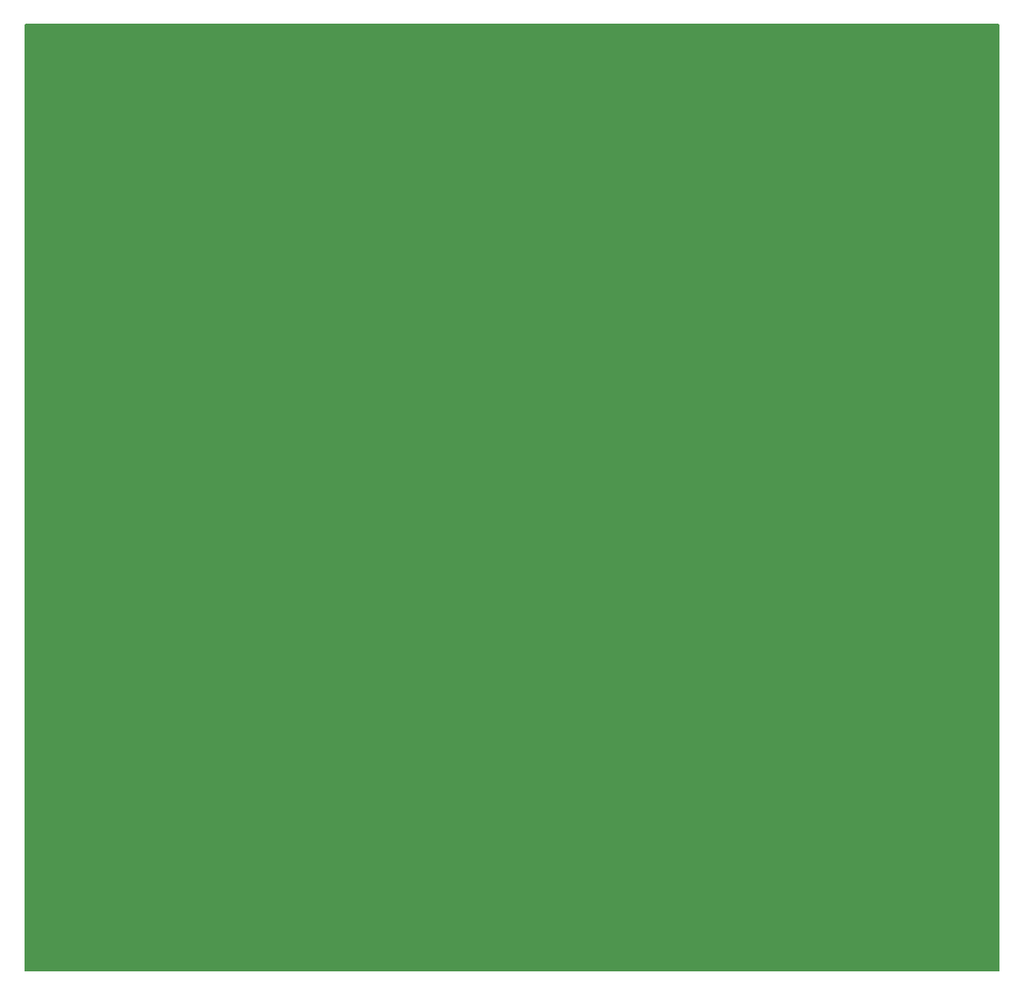
<source format=gbl>
G04 #@! TF.GenerationSoftware,KiCad,Pcbnew,7.0.6*
G04 #@! TF.CreationDate,2023-08-12T11:28:39-04:00*
G04 #@! TF.ProjectId,jerrysbottom,6a657272-7973-4626-9f74-746f6d2e6b69,rev?*
G04 #@! TF.SameCoordinates,Original*
G04 #@! TF.FileFunction,Copper,L2,Bot*
G04 #@! TF.FilePolarity,Positive*
%FSLAX46Y46*%
G04 Gerber Fmt 4.6, Leading zero omitted, Abs format (unit mm)*
G04 Created by KiCad (PCBNEW 7.0.6) date 2023-08-12 11:28:39*
%MOMM*%
%LPD*%
G01*
G04 APERTURE LIST*
G04 Aperture macros list*
%AMFreePoly0*
4,1,5,8.620000,-11.160000,-8.620000,-11.160000,-8.620000,11.160000,8.620000,11.160000,8.620000,-11.160000,8.620000,-11.160000,$1*%
G04 Aperture macros list end*
G04 #@! TA.AperFunction,NonConductor*
%ADD10C,0.200000*%
G04 #@! TD*
G04 #@! TA.AperFunction,ComponentPad*
%ADD11FreePoly0,0.000000*%
G04 #@! TD*
G04 #@! TA.AperFunction,ComponentPad*
%ADD12C,2.384400*%
G04 #@! TD*
G04 APERTURE END LIST*
D10*
X27940000Y-71120000D02*
X119380000Y-71120000D01*
X119380000Y-162560000D01*
X25400000Y-162560000D01*
X25400000Y-71120000D01*
X27940000Y-71120000D01*
G04 #@! TA.AperFunction,NonConductor*
G36*
X27940000Y-71120000D02*
G01*
X119380000Y-71120000D01*
X119380000Y-162560000D01*
X25400000Y-162560000D01*
X25400000Y-71120000D01*
X27940000Y-71120000D01*
G37*
G04 #@! TD.AperFunction*
D11*
X38250000Y-116750000D03*
D12*
X115750000Y-151000000D03*
X115750000Y-133000000D03*
X115750000Y-101000000D03*
X115750000Y-83000000D03*
X29250000Y-151000000D03*
X29250000Y-133000000D03*
X29250000Y-101000000D03*
X29250000Y-83000000D03*
M02*

</source>
